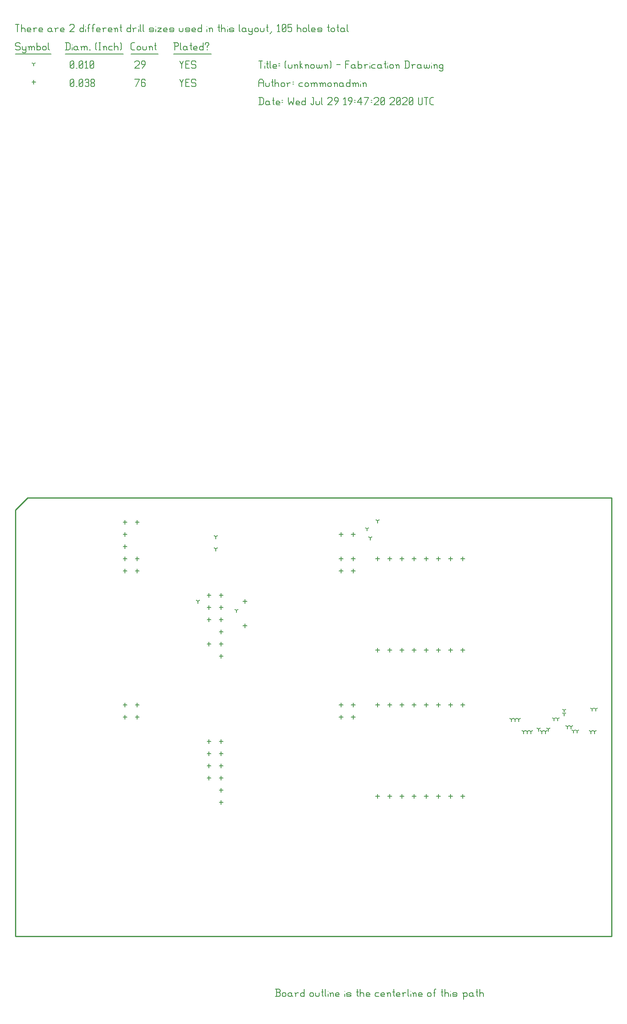
<source format=gbr>
G04 start of page 14 for group -3984 idx -3984 *
G04 Title: (unknown), fab *
G04 Creator: pcb 4.2.0 *
G04 CreationDate: Wed Jul 29 19:47:20 2020 UTC *
G04 For: commonadmin *
G04 Format: Gerber/RS-274X *
G04 PCB-Dimensions (mil): 6000.00 7000.00 *
G04 PCB-Coordinate-Origin: lower left *
%MOIN*%
%FSLAX25Y25*%
%LNFAB*%
%ADD64C,0.0100*%
%ADD63C,0.0075*%
%ADD62C,0.0060*%
%ADD61C,0.0080*%
G54D61*X297500Y156600D02*Y153400D01*
X295900Y155000D02*X299100D01*
X307500Y156600D02*Y153400D01*
X305900Y155000D02*X309100D01*
X317500Y156600D02*Y153400D01*
X315900Y155000D02*X319100D01*
X327500Y156600D02*Y153400D01*
X325900Y155000D02*X329100D01*
X337500Y156600D02*Y153400D01*
X335900Y155000D02*X339100D01*
X347500Y156600D02*Y153400D01*
X345900Y155000D02*X349100D01*
X357500Y156600D02*Y153400D01*
X355900Y155000D02*X359100D01*
X367500Y156600D02*Y153400D01*
X365900Y155000D02*X369100D01*
X297500Y231600D02*Y228400D01*
X295900Y230000D02*X299100D01*
X307500Y231600D02*Y228400D01*
X305900Y230000D02*X309100D01*
X317500Y231600D02*Y228400D01*
X315900Y230000D02*X319100D01*
X327500Y231600D02*Y228400D01*
X325900Y230000D02*X329100D01*
X337500Y231600D02*Y228400D01*
X335900Y230000D02*X339100D01*
X347500Y231600D02*Y228400D01*
X345900Y230000D02*X349100D01*
X357500Y231600D02*Y228400D01*
X355900Y230000D02*X359100D01*
X367500Y231600D02*Y228400D01*
X365900Y230000D02*X369100D01*
X277500Y231600D02*Y228400D01*
X275900Y230000D02*X279100D01*
X277500Y221600D02*Y218400D01*
X275900Y220000D02*X279100D01*
X267500Y221600D02*Y218400D01*
X265900Y220000D02*X269100D01*
X267500Y231600D02*Y228400D01*
X265900Y230000D02*X269100D01*
X100000Y231600D02*Y228400D01*
X98400Y230000D02*X101600D01*
X100000Y221600D02*Y218400D01*
X98400Y220000D02*X101600D01*
X90000Y221600D02*Y218400D01*
X88400Y220000D02*X91600D01*
X90000Y231600D02*Y228400D01*
X88400Y230000D02*X91600D01*
X169000Y201600D02*Y198400D01*
X167400Y200000D02*X170600D01*
X169000Y191600D02*Y188400D01*
X167400Y190000D02*X170600D01*
X169000Y181600D02*Y178400D01*
X167400Y180000D02*X170600D01*
X169000Y171600D02*Y168400D01*
X167400Y170000D02*X170600D01*
X169000Y161600D02*Y158400D01*
X167400Y160000D02*X170600D01*
X169000Y151600D02*Y148400D01*
X167400Y150000D02*X170600D01*
X169000Y321600D02*Y318400D01*
X167400Y320000D02*X170600D01*
X169000Y311600D02*Y308400D01*
X167400Y310000D02*X170600D01*
X169000Y301600D02*Y298400D01*
X167400Y300000D02*X170600D01*
X169000Y291600D02*Y288400D01*
X167400Y290000D02*X170600D01*
X169000Y281600D02*Y278400D01*
X167400Y280000D02*X170600D01*
X169000Y271600D02*Y268400D01*
X167400Y270000D02*X170600D01*
X90000Y351600D02*Y348400D01*
X88400Y350000D02*X91600D01*
X90000Y341600D02*Y338400D01*
X88400Y340000D02*X91600D01*
X100000Y341600D02*Y338400D01*
X98400Y340000D02*X101600D01*
X100000Y351600D02*Y348400D01*
X98400Y350000D02*X101600D01*
X267500Y351600D02*Y348400D01*
X265900Y350000D02*X269100D01*
X267500Y341600D02*Y338400D01*
X265900Y340000D02*X269100D01*
X277500Y341600D02*Y338400D01*
X275900Y340000D02*X279100D01*
X277500Y351600D02*Y348400D01*
X275900Y350000D02*X279100D01*
X188500Y316600D02*Y313400D01*
X186900Y315000D02*X190100D01*
X188500Y296600D02*Y293400D01*
X186900Y295000D02*X190100D01*
X367500Y276600D02*Y273400D01*
X365900Y275000D02*X369100D01*
X357500Y276600D02*Y273400D01*
X355900Y275000D02*X359100D01*
X347500Y276600D02*Y273400D01*
X345900Y275000D02*X349100D01*
X337500Y276600D02*Y273400D01*
X335900Y275000D02*X339100D01*
X327500Y276600D02*Y273400D01*
X325900Y275000D02*X329100D01*
X317500Y276600D02*Y273400D01*
X315900Y275000D02*X319100D01*
X307500Y276600D02*Y273400D01*
X305900Y275000D02*X309100D01*
X297500Y276600D02*Y273400D01*
X295900Y275000D02*X299100D01*
X367500Y351600D02*Y348400D01*
X365900Y350000D02*X369100D01*
X357500Y351600D02*Y348400D01*
X355900Y350000D02*X359100D01*
X347500Y351600D02*Y348400D01*
X345900Y350000D02*X349100D01*
X337500Y351600D02*Y348400D01*
X335900Y350000D02*X339100D01*
X327500Y351600D02*Y348400D01*
X325900Y350000D02*X329100D01*
X317500Y351600D02*Y348400D01*
X315900Y350000D02*X319100D01*
X307500Y351600D02*Y348400D01*
X305900Y350000D02*X309100D01*
X297500Y351600D02*Y348400D01*
X295900Y350000D02*X299100D01*
X277500Y371600D02*Y368400D01*
X275900Y370000D02*X279100D01*
X159000Y321600D02*Y318400D01*
X157400Y320000D02*X160600D01*
X159000Y311600D02*Y308400D01*
X157400Y310000D02*X160600D01*
X159000Y281600D02*Y278400D01*
X157400Y280000D02*X160600D01*
X267500Y371600D02*Y368400D01*
X265900Y370000D02*X269100D01*
X100000Y381600D02*Y378400D01*
X98400Y380000D02*X101600D01*
X159000Y201600D02*Y198400D01*
X157400Y200000D02*X160600D01*
X159000Y191600D02*Y188400D01*
X157400Y190000D02*X160600D01*
X159000Y181600D02*Y178400D01*
X157400Y180000D02*X160600D01*
X159000Y171600D02*Y168400D01*
X157400Y170000D02*X160600D01*
X90000Y381600D02*Y378400D01*
X88400Y380000D02*X91600D01*
X90000Y371600D02*Y368400D01*
X88400Y370000D02*X91600D01*
X159000Y301600D02*Y298400D01*
X157400Y300000D02*X160600D01*
X90000Y361600D02*Y358400D01*
X88400Y360000D02*X91600D01*
X15000Y742850D02*Y739650D01*
X13400Y741250D02*X16600D01*
G54D62*X135000Y743500D02*X136500Y740500D01*
X138000Y743500D01*
X136500Y740500D02*Y737500D01*
X139800Y740800D02*X142050D01*
X139800Y737500D02*X142800D01*
X139800Y743500D02*Y737500D01*
Y743500D02*X142800D01*
X147600D02*X148350Y742750D01*
X145350Y743500D02*X147600D01*
X144600Y742750D02*X145350Y743500D01*
X144600Y742750D02*Y741250D01*
X145350Y740500D01*
X147600D01*
X148350Y739750D01*
Y738250D01*
X147600Y737500D02*X148350Y738250D01*
X145350Y737500D02*X147600D01*
X144600Y738250D02*X145350Y737500D01*
X98750D02*X101750Y743500D01*
X98000D02*X101750D01*
X105800D02*X106550Y742750D01*
X104300Y743500D02*X105800D01*
X103550Y742750D02*X104300Y743500D01*
X103550Y742750D02*Y738250D01*
X104300Y737500D01*
X105800Y740800D02*X106550Y740050D01*
X103550Y740800D02*X105800D01*
X104300Y737500D02*X105800D01*
X106550Y738250D01*
Y740050D02*Y738250D01*
X45000D02*X45750Y737500D01*
X45000Y742750D02*Y738250D01*
Y742750D02*X45750Y743500D01*
X47250D01*
X48000Y742750D01*
Y738250D01*
X47250Y737500D02*X48000Y738250D01*
X45750Y737500D02*X47250D01*
X45000Y739000D02*X48000Y742000D01*
X49800Y737500D02*X50550D01*
X52350Y738250D02*X53100Y737500D01*
X52350Y742750D02*Y738250D01*
Y742750D02*X53100Y743500D01*
X54600D01*
X55350Y742750D01*
Y738250D01*
X54600Y737500D02*X55350Y738250D01*
X53100Y737500D02*X54600D01*
X52350Y739000D02*X55350Y742000D01*
X57150Y742750D02*X57900Y743500D01*
X59400D01*
X60150Y742750D01*
X59400Y737500D02*X60150Y738250D01*
X57900Y737500D02*X59400D01*
X57150Y738250D02*X57900Y737500D01*
Y740800D02*X59400D01*
X60150Y742750D02*Y741550D01*
Y740050D02*Y738250D01*
Y740050D02*X59400Y740800D01*
X60150Y741550D02*X59400Y740800D01*
X61950Y738250D02*X62700Y737500D01*
X61950Y739450D02*Y738250D01*
Y739450D02*X63000Y740500D01*
X63900D01*
X64950Y739450D01*
Y738250D01*
X64200Y737500D02*X64950Y738250D01*
X62700Y737500D02*X64200D01*
X61950Y741550D02*X63000Y740500D01*
X61950Y742750D02*Y741550D01*
Y742750D02*X62700Y743500D01*
X64200D01*
X64950Y742750D01*
Y741550D01*
X63900Y740500D02*X64950Y741550D01*
X458499Y208500D02*Y206900D01*
Y208500D02*X459886Y209300D01*
X458499Y208500D02*X457113Y209300D01*
X461500Y208500D02*Y206900D01*
Y208500D02*X462887Y209300D01*
X461500Y208500D02*X460113Y209300D01*
X453500Y212000D02*Y210400D01*
Y212000D02*X454887Y212800D01*
X453500Y212000D02*X452113Y212800D01*
X456500Y212000D02*Y210400D01*
Y212000D02*X457887Y212800D01*
X456500Y212000D02*X455113Y212800D01*
X442500Y218500D02*Y216900D01*
Y218500D02*X443887Y219300D01*
X442500Y218500D02*X441113Y219300D01*
X445500Y218500D02*Y216900D01*
Y218500D02*X446887Y219300D01*
X445500Y218500D02*X444113Y219300D01*
X430000Y210000D02*Y208400D01*
Y210000D02*X431387Y210800D01*
X430000Y210000D02*X428613Y210800D01*
X432500Y208000D02*Y206400D01*
Y208000D02*X433887Y208800D01*
X432500Y208000D02*X431113Y208800D01*
X435500Y208000D02*Y206400D01*
Y208000D02*X436887Y208800D01*
X435500Y208000D02*X434113Y208800D01*
X438000Y210000D02*Y208400D01*
Y210000D02*X439387Y210800D01*
X438000Y210000D02*X436613Y210800D01*
X473000Y208000D02*Y206400D01*
Y208000D02*X474387Y208800D01*
X473000Y208000D02*X471613Y208800D01*
X476000Y208000D02*Y206400D01*
Y208000D02*X477387Y208800D01*
X476000Y208000D02*X474613Y208800D01*
X417500Y208000D02*Y206400D01*
Y208000D02*X418887Y208800D01*
X417500Y208000D02*X416113Y208800D01*
X420500Y208000D02*Y206400D01*
Y208000D02*X421887Y208800D01*
X420500Y208000D02*X419113Y208800D01*
X423500Y208000D02*Y206400D01*
Y208000D02*X424887Y208800D01*
X423500Y208000D02*X422113Y208800D01*
X407500Y218000D02*Y216400D01*
Y218000D02*X408887Y218800D01*
X407500Y218000D02*X406113Y218800D01*
X410500Y218000D02*Y216400D01*
Y218000D02*X411887Y218800D01*
X410500Y218000D02*X409113Y218800D01*
X413500Y218000D02*Y216400D01*
Y218000D02*X414887Y218800D01*
X413500Y218000D02*X412113Y218800D01*
X291500Y367000D02*Y365400D01*
Y367000D02*X292887Y367800D01*
X291500Y367000D02*X290113Y367800D01*
X289000Y374500D02*Y372900D01*
Y374500D02*X290387Y375300D01*
X289000Y374500D02*X287613Y375300D01*
X164500Y368000D02*Y366400D01*
Y368000D02*X165887Y368800D01*
X164500Y368000D02*X163113Y368800D01*
X164500Y358000D02*Y356400D01*
Y358000D02*X165887Y358800D01*
X164500Y358000D02*X163113Y358800D01*
X297500Y381000D02*Y379400D01*
Y381000D02*X298887Y381800D01*
X297500Y381000D02*X296113Y381800D01*
X474000Y226500D02*Y224900D01*
Y226500D02*X475387Y227300D01*
X474000Y226500D02*X472613Y227300D01*
X477000Y226500D02*Y224900D01*
Y226500D02*X478387Y227300D01*
X477000Y226500D02*X475613Y227300D01*
X451000Y222500D02*Y220900D01*
Y222500D02*X452387Y223300D01*
X451000Y222500D02*X449613Y223300D01*
X451000Y225500D02*Y223900D01*
Y225500D02*X452387Y226300D01*
X451000Y225500D02*X449613Y226300D01*
X150000Y315000D02*Y313400D01*
Y315000D02*X151387Y315800D01*
X150000Y315000D02*X148613Y315800D01*
X181500Y307500D02*Y305900D01*
Y307500D02*X182887Y308300D01*
X181500Y307500D02*X180113Y308300D01*
X15000Y756250D02*Y754650D01*
Y756250D02*X16387Y757050D01*
X15000Y756250D02*X13613Y757050D01*
X135000Y758500D02*X136500Y755500D01*
X138000Y758500D01*
X136500Y755500D02*Y752500D01*
X139800Y755800D02*X142050D01*
X139800Y752500D02*X142800D01*
X139800Y758500D02*Y752500D01*
Y758500D02*X142800D01*
X147600D02*X148350Y757750D01*
X145350Y758500D02*X147600D01*
X144600Y757750D02*X145350Y758500D01*
X144600Y757750D02*Y756250D01*
X145350Y755500D01*
X147600D01*
X148350Y754750D01*
Y753250D01*
X147600Y752500D02*X148350Y753250D01*
X145350Y752500D02*X147600D01*
X144600Y753250D02*X145350Y752500D01*
X98000Y757750D02*X98750Y758500D01*
X101000D01*
X101750Y757750D01*
Y756250D01*
X98000Y752500D02*X101750Y756250D01*
X98000Y752500D02*X101750D01*
X104300D02*X106550Y755500D01*
Y757750D02*Y755500D01*
X105800Y758500D02*X106550Y757750D01*
X104300Y758500D02*X105800D01*
X103550Y757750D02*X104300Y758500D01*
X103550Y757750D02*Y756250D01*
X104300Y755500D01*
X106550D01*
X45000Y753250D02*X45750Y752500D01*
X45000Y757750D02*Y753250D01*
Y757750D02*X45750Y758500D01*
X47250D01*
X48000Y757750D01*
Y753250D01*
X47250Y752500D02*X48000Y753250D01*
X45750Y752500D02*X47250D01*
X45000Y754000D02*X48000Y757000D01*
X49800Y752500D02*X50550D01*
X52350Y753250D02*X53100Y752500D01*
X52350Y757750D02*Y753250D01*
Y757750D02*X53100Y758500D01*
X54600D01*
X55350Y757750D01*
Y753250D01*
X54600Y752500D02*X55350Y753250D01*
X53100Y752500D02*X54600D01*
X52350Y754000D02*X55350Y757000D01*
X57150Y757300D02*X58350Y758500D01*
Y752500D01*
X57150D02*X59400D01*
X61200Y753250D02*X61950Y752500D01*
X61200Y757750D02*Y753250D01*
Y757750D02*X61950Y758500D01*
X63450D01*
X64200Y757750D01*
Y753250D01*
X63450Y752500D02*X64200Y753250D01*
X61950Y752500D02*X63450D01*
X61200Y754000D02*X64200Y757000D01*
X3000Y773500D02*X3750Y772750D01*
X750Y773500D02*X3000D01*
X0Y772750D02*X750Y773500D01*
X0Y772750D02*Y771250D01*
X750Y770500D01*
X3000D01*
X3750Y769750D01*
Y768250D01*
X3000Y767500D02*X3750Y768250D01*
X750Y767500D02*X3000D01*
X0Y768250D02*X750Y767500D01*
X5550Y770500D02*Y768250D01*
X6300Y767500D01*
X8550Y770500D02*Y766000D01*
X7800Y765250D02*X8550Y766000D01*
X6300Y765250D02*X7800D01*
X5550Y766000D02*X6300Y765250D01*
Y767500D02*X7800D01*
X8550Y768250D01*
X11100Y769750D02*Y767500D01*
Y769750D02*X11850Y770500D01*
X12600D01*
X13350Y769750D01*
Y767500D01*
Y769750D02*X14100Y770500D01*
X14850D01*
X15600Y769750D01*
Y767500D01*
X10350Y770500D02*X11100Y769750D01*
X17400Y773500D02*Y767500D01*
Y768250D02*X18150Y767500D01*
X19650D01*
X20400Y768250D01*
Y769750D02*Y768250D01*
X19650Y770500D02*X20400Y769750D01*
X18150Y770500D02*X19650D01*
X17400Y769750D02*X18150Y770500D01*
X22200Y769750D02*Y768250D01*
Y769750D02*X22950Y770500D01*
X24450D01*
X25200Y769750D01*
Y768250D01*
X24450Y767500D02*X25200Y768250D01*
X22950Y767500D02*X24450D01*
X22200Y768250D02*X22950Y767500D01*
X27000Y773500D02*Y768250D01*
X27750Y767500D01*
X0Y764250D02*X29250D01*
X41750Y773500D02*Y767500D01*
X43700Y773500D02*X44750Y772450D01*
Y768550D01*
X43700Y767500D02*X44750Y768550D01*
X41000Y767500D02*X43700D01*
X41000Y773500D02*X43700D01*
G54D63*X46550Y772000D02*Y771850D01*
G54D62*Y769750D02*Y767500D01*
X50300Y770500D02*X51050Y769750D01*
X48800Y770500D02*X50300D01*
X48050Y769750D02*X48800Y770500D01*
X48050Y769750D02*Y768250D01*
X48800Y767500D01*
X51050Y770500D02*Y768250D01*
X51800Y767500D01*
X48800D02*X50300D01*
X51050Y768250D01*
X54350Y769750D02*Y767500D01*
Y769750D02*X55100Y770500D01*
X55850D01*
X56600Y769750D01*
Y767500D01*
Y769750D02*X57350Y770500D01*
X58100D01*
X58850Y769750D01*
Y767500D01*
X53600Y770500D02*X54350Y769750D01*
X60650Y767500D02*X61400D01*
X65900Y768250D02*X66650Y767500D01*
X65900Y772750D02*X66650Y773500D01*
X65900Y772750D02*Y768250D01*
X68450Y773500D02*X69950D01*
X69200D02*Y767500D01*
X68450D02*X69950D01*
X72500Y769750D02*Y767500D01*
Y769750D02*X73250Y770500D01*
X74000D01*
X74750Y769750D01*
Y767500D01*
X71750Y770500D02*X72500Y769750D01*
X77300Y770500D02*X79550D01*
X76550Y769750D02*X77300Y770500D01*
X76550Y769750D02*Y768250D01*
X77300Y767500D01*
X79550D01*
X81350Y773500D02*Y767500D01*
Y769750D02*X82100Y770500D01*
X83600D01*
X84350Y769750D01*
Y767500D01*
X86150Y773500D02*X86900Y772750D01*
Y768250D01*
X86150Y767500D02*X86900Y768250D01*
X41000Y764250D02*X88700D01*
X96050Y767500D02*X98000D01*
X95000Y768550D02*X96050Y767500D01*
X95000Y772450D02*Y768550D01*
Y772450D02*X96050Y773500D01*
X98000D01*
X99800Y769750D02*Y768250D01*
Y769750D02*X100550Y770500D01*
X102050D01*
X102800Y769750D01*
Y768250D01*
X102050Y767500D02*X102800Y768250D01*
X100550Y767500D02*X102050D01*
X99800Y768250D02*X100550Y767500D01*
X104600Y770500D02*Y768250D01*
X105350Y767500D01*
X106850D01*
X107600Y768250D01*
Y770500D02*Y768250D01*
X110150Y769750D02*Y767500D01*
Y769750D02*X110900Y770500D01*
X111650D01*
X112400Y769750D01*
Y767500D01*
X109400Y770500D02*X110150Y769750D01*
X114950Y773500D02*Y768250D01*
X115700Y767500D01*
X114200Y771250D02*X115700D01*
X95000Y764250D02*X117200D01*
X130750Y773500D02*Y767500D01*
X130000Y773500D02*X133000D01*
X133750Y772750D01*
Y771250D01*
X133000Y770500D02*X133750Y771250D01*
X130750Y770500D02*X133000D01*
X135550Y773500D02*Y768250D01*
X136300Y767500D01*
X140050Y770500D02*X140800Y769750D01*
X138550Y770500D02*X140050D01*
X137800Y769750D02*X138550Y770500D01*
X137800Y769750D02*Y768250D01*
X138550Y767500D01*
X140800Y770500D02*Y768250D01*
X141550Y767500D01*
X138550D02*X140050D01*
X140800Y768250D01*
X144100Y773500D02*Y768250D01*
X144850Y767500D01*
X143350Y771250D02*X144850D01*
X147100Y767500D02*X149350D01*
X146350Y768250D02*X147100Y767500D01*
X146350Y769750D02*Y768250D01*
Y769750D02*X147100Y770500D01*
X148600D01*
X149350Y769750D01*
X146350Y769000D02*X149350D01*
Y769750D02*Y769000D01*
X154150Y773500D02*Y767500D01*
X153400D02*X154150Y768250D01*
X151900Y767500D02*X153400D01*
X151150Y768250D02*X151900Y767500D01*
X151150Y769750D02*Y768250D01*
Y769750D02*X151900Y770500D01*
X153400D01*
X154150Y769750D01*
X157450Y770500D02*Y769750D01*
Y768250D02*Y767500D01*
X155950Y772750D02*Y772000D01*
Y772750D02*X156700Y773500D01*
X158200D01*
X158950Y772750D01*
Y772000D01*
X157450Y770500D02*X158950Y772000D01*
X130000Y764250D02*X160750D01*
X0Y788500D02*X3000D01*
X1500D02*Y782500D01*
X4800Y788500D02*Y782500D01*
Y784750D02*X5550Y785500D01*
X7050D01*
X7800Y784750D01*
Y782500D01*
X10350D02*X12600D01*
X9600Y783250D02*X10350Y782500D01*
X9600Y784750D02*Y783250D01*
Y784750D02*X10350Y785500D01*
X11850D01*
X12600Y784750D01*
X9600Y784000D02*X12600D01*
Y784750D02*Y784000D01*
X15150Y784750D02*Y782500D01*
Y784750D02*X15900Y785500D01*
X17400D01*
X14400D02*X15150Y784750D01*
X19950Y782500D02*X22200D01*
X19200Y783250D02*X19950Y782500D01*
X19200Y784750D02*Y783250D01*
Y784750D02*X19950Y785500D01*
X21450D01*
X22200Y784750D01*
X19200Y784000D02*X22200D01*
Y784750D02*Y784000D01*
X28950Y785500D02*X29700Y784750D01*
X27450Y785500D02*X28950D01*
X26700Y784750D02*X27450Y785500D01*
X26700Y784750D02*Y783250D01*
X27450Y782500D01*
X29700Y785500D02*Y783250D01*
X30450Y782500D01*
X27450D02*X28950D01*
X29700Y783250D01*
X33000Y784750D02*Y782500D01*
Y784750D02*X33750Y785500D01*
X35250D01*
X32250D02*X33000Y784750D01*
X37800Y782500D02*X40050D01*
X37050Y783250D02*X37800Y782500D01*
X37050Y784750D02*Y783250D01*
Y784750D02*X37800Y785500D01*
X39300D01*
X40050Y784750D01*
X37050Y784000D02*X40050D01*
Y784750D02*Y784000D01*
X44550Y787750D02*X45300Y788500D01*
X47550D01*
X48300Y787750D01*
Y786250D01*
X44550Y782500D02*X48300Y786250D01*
X44550Y782500D02*X48300D01*
X55800Y788500D02*Y782500D01*
X55050D02*X55800Y783250D01*
X53550Y782500D02*X55050D01*
X52800Y783250D02*X53550Y782500D01*
X52800Y784750D02*Y783250D01*
Y784750D02*X53550Y785500D01*
X55050D01*
X55800Y784750D01*
G54D63*X57600Y787000D02*Y786850D01*
G54D62*Y784750D02*Y782500D01*
X59850Y787750D02*Y782500D01*
Y787750D02*X60600Y788500D01*
X61350D01*
X59100Y785500D02*X60600D01*
X63600Y787750D02*Y782500D01*
Y787750D02*X64350Y788500D01*
X65100D01*
X62850Y785500D02*X64350D01*
X67350Y782500D02*X69600D01*
X66600Y783250D02*X67350Y782500D01*
X66600Y784750D02*Y783250D01*
Y784750D02*X67350Y785500D01*
X68850D01*
X69600Y784750D01*
X66600Y784000D02*X69600D01*
Y784750D02*Y784000D01*
X72150Y784750D02*Y782500D01*
Y784750D02*X72900Y785500D01*
X74400D01*
X71400D02*X72150Y784750D01*
X76950Y782500D02*X79200D01*
X76200Y783250D02*X76950Y782500D01*
X76200Y784750D02*Y783250D01*
Y784750D02*X76950Y785500D01*
X78450D01*
X79200Y784750D01*
X76200Y784000D02*X79200D01*
Y784750D02*Y784000D01*
X81750Y784750D02*Y782500D01*
Y784750D02*X82500Y785500D01*
X83250D01*
X84000Y784750D01*
Y782500D01*
X81000Y785500D02*X81750Y784750D01*
X86550Y788500D02*Y783250D01*
X87300Y782500D01*
X85800Y786250D02*X87300D01*
X94500Y788500D02*Y782500D01*
X93750D02*X94500Y783250D01*
X92250Y782500D02*X93750D01*
X91500Y783250D02*X92250Y782500D01*
X91500Y784750D02*Y783250D01*
Y784750D02*X92250Y785500D01*
X93750D01*
X94500Y784750D01*
X97050D02*Y782500D01*
Y784750D02*X97800Y785500D01*
X99300D01*
X96300D02*X97050Y784750D01*
G54D63*X101100Y787000D02*Y786850D01*
G54D62*Y784750D02*Y782500D01*
X102600Y788500D02*Y783250D01*
X103350Y782500D01*
X104850Y788500D02*Y783250D01*
X105600Y782500D01*
X110550D02*X112800D01*
X113550Y783250D01*
X112800Y784000D02*X113550Y783250D01*
X110550Y784000D02*X112800D01*
X109800Y784750D02*X110550Y784000D01*
X109800Y784750D02*X110550Y785500D01*
X112800D01*
X113550Y784750D01*
X109800Y783250D02*X110550Y782500D01*
G54D63*X115350Y787000D02*Y786850D01*
G54D62*Y784750D02*Y782500D01*
X116850Y785500D02*X119850D01*
X116850Y782500D02*X119850Y785500D01*
X116850Y782500D02*X119850D01*
X122400D02*X124650D01*
X121650Y783250D02*X122400Y782500D01*
X121650Y784750D02*Y783250D01*
Y784750D02*X122400Y785500D01*
X123900D01*
X124650Y784750D01*
X121650Y784000D02*X124650D01*
Y784750D02*Y784000D01*
X127200Y782500D02*X129450D01*
X130200Y783250D01*
X129450Y784000D02*X130200Y783250D01*
X127200Y784000D02*X129450D01*
X126450Y784750D02*X127200Y784000D01*
X126450Y784750D02*X127200Y785500D01*
X129450D01*
X130200Y784750D01*
X126450Y783250D02*X127200Y782500D01*
X134700Y785500D02*Y783250D01*
X135450Y782500D01*
X136950D01*
X137700Y783250D01*
Y785500D02*Y783250D01*
X140250Y782500D02*X142500D01*
X143250Y783250D01*
X142500Y784000D02*X143250Y783250D01*
X140250Y784000D02*X142500D01*
X139500Y784750D02*X140250Y784000D01*
X139500Y784750D02*X140250Y785500D01*
X142500D01*
X143250Y784750D01*
X139500Y783250D02*X140250Y782500D01*
X145800D02*X148050D01*
X145050Y783250D02*X145800Y782500D01*
X145050Y784750D02*Y783250D01*
Y784750D02*X145800Y785500D01*
X147300D01*
X148050Y784750D01*
X145050Y784000D02*X148050D01*
Y784750D02*Y784000D01*
X152850Y788500D02*Y782500D01*
X152100D02*X152850Y783250D01*
X150600Y782500D02*X152100D01*
X149850Y783250D02*X150600Y782500D01*
X149850Y784750D02*Y783250D01*
Y784750D02*X150600Y785500D01*
X152100D01*
X152850Y784750D01*
G54D63*X157350Y787000D02*Y786850D01*
G54D62*Y784750D02*Y782500D01*
X159600Y784750D02*Y782500D01*
Y784750D02*X160350Y785500D01*
X161100D01*
X161850Y784750D01*
Y782500D01*
X158850Y785500D02*X159600Y784750D01*
X167100Y788500D02*Y783250D01*
X167850Y782500D01*
X166350Y786250D02*X167850D01*
X169350Y788500D02*Y782500D01*
Y784750D02*X170100Y785500D01*
X171600D01*
X172350Y784750D01*
Y782500D01*
G54D63*X174150Y787000D02*Y786850D01*
G54D62*Y784750D02*Y782500D01*
X176400D02*X178650D01*
X179400Y783250D01*
X178650Y784000D02*X179400Y783250D01*
X176400Y784000D02*X178650D01*
X175650Y784750D02*X176400Y784000D01*
X175650Y784750D02*X176400Y785500D01*
X178650D01*
X179400Y784750D01*
X175650Y783250D02*X176400Y782500D01*
X183900Y788500D02*Y783250D01*
X184650Y782500D01*
X188400Y785500D02*X189150Y784750D01*
X186900Y785500D02*X188400D01*
X186150Y784750D02*X186900Y785500D01*
X186150Y784750D02*Y783250D01*
X186900Y782500D01*
X189150Y785500D02*Y783250D01*
X189900Y782500D01*
X186900D02*X188400D01*
X189150Y783250D01*
X191700Y785500D02*Y783250D01*
X192450Y782500D01*
X194700Y785500D02*Y781000D01*
X193950Y780250D02*X194700Y781000D01*
X192450Y780250D02*X193950D01*
X191700Y781000D02*X192450Y780250D01*
Y782500D02*X193950D01*
X194700Y783250D01*
X196500Y784750D02*Y783250D01*
Y784750D02*X197250Y785500D01*
X198750D01*
X199500Y784750D01*
Y783250D01*
X198750Y782500D02*X199500Y783250D01*
X197250Y782500D02*X198750D01*
X196500Y783250D02*X197250Y782500D01*
X201300Y785500D02*Y783250D01*
X202050Y782500D01*
X203550D01*
X204300Y783250D01*
Y785500D02*Y783250D01*
X206850Y788500D02*Y783250D01*
X207600Y782500D01*
X206100Y786250D02*X207600D01*
X209100Y781000D02*X210600Y782500D01*
X215100Y787300D02*X216300Y788500D01*
Y782500D01*
X215100D02*X217350D01*
X219150Y783250D02*X219900Y782500D01*
X219150Y787750D02*Y783250D01*
Y787750D02*X219900Y788500D01*
X221400D01*
X222150Y787750D01*
Y783250D01*
X221400Y782500D02*X222150Y783250D01*
X219900Y782500D02*X221400D01*
X219150Y784000D02*X222150Y787000D01*
X223950Y788500D02*X226950D01*
X223950D02*Y785500D01*
X224700Y786250D01*
X226200D01*
X226950Y785500D01*
Y783250D01*
X226200Y782500D02*X226950Y783250D01*
X224700Y782500D02*X226200D01*
X223950Y783250D02*X224700Y782500D01*
X231450Y788500D02*Y782500D01*
Y784750D02*X232200Y785500D01*
X233700D01*
X234450Y784750D01*
Y782500D01*
X236250Y784750D02*Y783250D01*
Y784750D02*X237000Y785500D01*
X238500D01*
X239250Y784750D01*
Y783250D01*
X238500Y782500D02*X239250Y783250D01*
X237000Y782500D02*X238500D01*
X236250Y783250D02*X237000Y782500D01*
X241050Y788500D02*Y783250D01*
X241800Y782500D01*
X244050D02*X246300D01*
X243300Y783250D02*X244050Y782500D01*
X243300Y784750D02*Y783250D01*
Y784750D02*X244050Y785500D01*
X245550D01*
X246300Y784750D01*
X243300Y784000D02*X246300D01*
Y784750D02*Y784000D01*
X248850Y782500D02*X251100D01*
X251850Y783250D01*
X251100Y784000D02*X251850Y783250D01*
X248850Y784000D02*X251100D01*
X248100Y784750D02*X248850Y784000D01*
X248100Y784750D02*X248850Y785500D01*
X251100D01*
X251850Y784750D01*
X248100Y783250D02*X248850Y782500D01*
X257100Y788500D02*Y783250D01*
X257850Y782500D01*
X256350Y786250D02*X257850D01*
X259350Y784750D02*Y783250D01*
Y784750D02*X260100Y785500D01*
X261600D01*
X262350Y784750D01*
Y783250D01*
X261600Y782500D02*X262350Y783250D01*
X260100Y782500D02*X261600D01*
X259350Y783250D02*X260100Y782500D01*
X264900Y788500D02*Y783250D01*
X265650Y782500D01*
X264150Y786250D02*X265650D01*
X269400Y785500D02*X270150Y784750D01*
X267900Y785500D02*X269400D01*
X267150Y784750D02*X267900Y785500D01*
X267150Y784750D02*Y783250D01*
X267900Y782500D01*
X270150Y785500D02*Y783250D01*
X270900Y782500D01*
X267900D02*X269400D01*
X270150Y783250D01*
X272700Y788500D02*Y783250D01*
X273450Y782500D01*
G54D64*X0Y390000D02*X10000Y400000D01*
X490000D01*
Y40000D01*
X0D01*
Y390000D01*
G54D62*X213675Y-9500D02*X216675D01*
X217425Y-8750D01*
Y-6950D02*Y-8750D01*
X216675Y-6200D02*X217425Y-6950D01*
X214425Y-6200D02*X216675D01*
X214425Y-3500D02*Y-9500D01*
X213675Y-3500D02*X216675D01*
X217425Y-4250D01*
Y-5450D01*
X216675Y-6200D02*X217425Y-5450D01*
X219225Y-7250D02*Y-8750D01*
Y-7250D02*X219975Y-6500D01*
X221475D01*
X222225Y-7250D01*
Y-8750D01*
X221475Y-9500D02*X222225Y-8750D01*
X219975Y-9500D02*X221475D01*
X219225Y-8750D02*X219975Y-9500D01*
X226275Y-6500D02*X227025Y-7250D01*
X224775Y-6500D02*X226275D01*
X224025Y-7250D02*X224775Y-6500D01*
X224025Y-7250D02*Y-8750D01*
X224775Y-9500D01*
X227025Y-6500D02*Y-8750D01*
X227775Y-9500D01*
X224775D02*X226275D01*
X227025Y-8750D01*
X230325Y-7250D02*Y-9500D01*
Y-7250D02*X231075Y-6500D01*
X232575D01*
X229575D02*X230325Y-7250D01*
X237375Y-3500D02*Y-9500D01*
X236625D02*X237375Y-8750D01*
X235125Y-9500D02*X236625D01*
X234375Y-8750D02*X235125Y-9500D01*
X234375Y-7250D02*Y-8750D01*
Y-7250D02*X235125Y-6500D01*
X236625D01*
X237375Y-7250D01*
X241875D02*Y-8750D01*
Y-7250D02*X242625Y-6500D01*
X244125D01*
X244875Y-7250D01*
Y-8750D01*
X244125Y-9500D02*X244875Y-8750D01*
X242625Y-9500D02*X244125D01*
X241875Y-8750D02*X242625Y-9500D01*
X246675Y-6500D02*Y-8750D01*
X247425Y-9500D01*
X248925D01*
X249675Y-8750D01*
Y-6500D02*Y-8750D01*
X252225Y-3500D02*Y-8750D01*
X252975Y-9500D01*
X251475Y-5750D02*X252975D01*
X254475Y-3500D02*Y-8750D01*
X255225Y-9500D01*
G54D63*X256725Y-5000D02*Y-5150D01*
G54D62*Y-7250D02*Y-9500D01*
X258975Y-7250D02*Y-9500D01*
Y-7250D02*X259725Y-6500D01*
X260475D01*
X261225Y-7250D01*
Y-9500D01*
X258225Y-6500D02*X258975Y-7250D01*
X263775Y-9500D02*X266025D01*
X263025Y-8750D02*X263775Y-9500D01*
X263025Y-7250D02*Y-8750D01*
Y-7250D02*X263775Y-6500D01*
X265275D01*
X266025Y-7250D01*
X263025Y-8000D02*X266025D01*
Y-7250D02*Y-8000D01*
G54D63*X270525Y-5000D02*Y-5150D01*
G54D62*Y-7250D02*Y-9500D01*
X272775D02*X275025D01*
X275775Y-8750D01*
X275025Y-8000D02*X275775Y-8750D01*
X272775Y-8000D02*X275025D01*
X272025Y-7250D02*X272775Y-8000D01*
X272025Y-7250D02*X272775Y-6500D01*
X275025D01*
X275775Y-7250D01*
X272025Y-8750D02*X272775Y-9500D01*
X281025Y-3500D02*Y-8750D01*
X281775Y-9500D01*
X280275Y-5750D02*X281775D01*
X283275Y-3500D02*Y-9500D01*
Y-7250D02*X284025Y-6500D01*
X285525D01*
X286275Y-7250D01*
Y-9500D01*
X288825D02*X291075D01*
X288075Y-8750D02*X288825Y-9500D01*
X288075Y-7250D02*Y-8750D01*
Y-7250D02*X288825Y-6500D01*
X290325D01*
X291075Y-7250D01*
X288075Y-8000D02*X291075D01*
Y-7250D02*Y-8000D01*
X296325Y-6500D02*X298575D01*
X295575Y-7250D02*X296325Y-6500D01*
X295575Y-7250D02*Y-8750D01*
X296325Y-9500D01*
X298575D01*
X301125D02*X303375D01*
X300375Y-8750D02*X301125Y-9500D01*
X300375Y-7250D02*Y-8750D01*
Y-7250D02*X301125Y-6500D01*
X302625D01*
X303375Y-7250D01*
X300375Y-8000D02*X303375D01*
Y-7250D02*Y-8000D01*
X305925Y-7250D02*Y-9500D01*
Y-7250D02*X306675Y-6500D01*
X307425D01*
X308175Y-7250D01*
Y-9500D01*
X305175Y-6500D02*X305925Y-7250D01*
X310725Y-3500D02*Y-8750D01*
X311475Y-9500D01*
X309975Y-5750D02*X311475D01*
X313725Y-9500D02*X315975D01*
X312975Y-8750D02*X313725Y-9500D01*
X312975Y-7250D02*Y-8750D01*
Y-7250D02*X313725Y-6500D01*
X315225D01*
X315975Y-7250D01*
X312975Y-8000D02*X315975D01*
Y-7250D02*Y-8000D01*
X318525Y-7250D02*Y-9500D01*
Y-7250D02*X319275Y-6500D01*
X320775D01*
X317775D02*X318525Y-7250D01*
X322575Y-3500D02*Y-8750D01*
X323325Y-9500D01*
G54D63*X324825Y-5000D02*Y-5150D01*
G54D62*Y-7250D02*Y-9500D01*
X327075Y-7250D02*Y-9500D01*
Y-7250D02*X327825Y-6500D01*
X328575D01*
X329325Y-7250D01*
Y-9500D01*
X326325Y-6500D02*X327075Y-7250D01*
X331875Y-9500D02*X334125D01*
X331125Y-8750D02*X331875Y-9500D01*
X331125Y-7250D02*Y-8750D01*
Y-7250D02*X331875Y-6500D01*
X333375D01*
X334125Y-7250D01*
X331125Y-8000D02*X334125D01*
Y-7250D02*Y-8000D01*
X338625Y-7250D02*Y-8750D01*
Y-7250D02*X339375Y-6500D01*
X340875D01*
X341625Y-7250D01*
Y-8750D01*
X340875Y-9500D02*X341625Y-8750D01*
X339375Y-9500D02*X340875D01*
X338625Y-8750D02*X339375Y-9500D01*
X344175Y-4250D02*Y-9500D01*
Y-4250D02*X344925Y-3500D01*
X345675D01*
X343425Y-6500D02*X344925D01*
X350625Y-3500D02*Y-8750D01*
X351375Y-9500D01*
X349875Y-5750D02*X351375D01*
X352875Y-3500D02*Y-9500D01*
Y-7250D02*X353625Y-6500D01*
X355125D01*
X355875Y-7250D01*
Y-9500D01*
G54D63*X357675Y-5000D02*Y-5150D01*
G54D62*Y-7250D02*Y-9500D01*
X359925D02*X362175D01*
X362925Y-8750D01*
X362175Y-8000D02*X362925Y-8750D01*
X359925Y-8000D02*X362175D01*
X359175Y-7250D02*X359925Y-8000D01*
X359175Y-7250D02*X359925Y-6500D01*
X362175D01*
X362925Y-7250D01*
X359175Y-8750D02*X359925Y-9500D01*
X368175Y-7250D02*Y-11750D01*
X367425Y-6500D02*X368175Y-7250D01*
X368925Y-6500D01*
X370425D01*
X371175Y-7250D01*
Y-8750D01*
X370425Y-9500D02*X371175Y-8750D01*
X368925Y-9500D02*X370425D01*
X368175Y-8750D02*X368925Y-9500D01*
X375225Y-6500D02*X375975Y-7250D01*
X373725Y-6500D02*X375225D01*
X372975Y-7250D02*X373725Y-6500D01*
X372975Y-7250D02*Y-8750D01*
X373725Y-9500D01*
X375975Y-6500D02*Y-8750D01*
X376725Y-9500D01*
X373725D02*X375225D01*
X375975Y-8750D01*
X379275Y-3500D02*Y-8750D01*
X380025Y-9500D01*
X378525Y-5750D02*X380025D01*
X381525Y-3500D02*Y-9500D01*
Y-7250D02*X382275Y-6500D01*
X383775D01*
X384525Y-7250D01*
Y-9500D01*
X200750Y728500D02*Y722500D01*
X202700Y728500D02*X203750Y727450D01*
Y723550D01*
X202700Y722500D02*X203750Y723550D01*
X200000Y722500D02*X202700D01*
X200000Y728500D02*X202700D01*
X207800Y725500D02*X208550Y724750D01*
X206300Y725500D02*X207800D01*
X205550Y724750D02*X206300Y725500D01*
X205550Y724750D02*Y723250D01*
X206300Y722500D01*
X208550Y725500D02*Y723250D01*
X209300Y722500D01*
X206300D02*X207800D01*
X208550Y723250D01*
X211850Y728500D02*Y723250D01*
X212600Y722500D01*
X211100Y726250D02*X212600D01*
X214850Y722500D02*X217100D01*
X214100Y723250D02*X214850Y722500D01*
X214100Y724750D02*Y723250D01*
Y724750D02*X214850Y725500D01*
X216350D01*
X217100Y724750D01*
X214100Y724000D02*X217100D01*
Y724750D02*Y724000D01*
X218900Y726250D02*X219650D01*
X218900Y724750D02*X219650D01*
X224150Y728500D02*Y725500D01*
X224900Y722500D01*
X226400Y725500D01*
X227900Y722500D01*
X228650Y725500D01*
Y728500D02*Y725500D01*
X231200Y722500D02*X233450D01*
X230450Y723250D02*X231200Y722500D01*
X230450Y724750D02*Y723250D01*
Y724750D02*X231200Y725500D01*
X232700D01*
X233450Y724750D01*
X230450Y724000D02*X233450D01*
Y724750D02*Y724000D01*
X238250Y728500D02*Y722500D01*
X237500D02*X238250Y723250D01*
X236000Y722500D02*X237500D01*
X235250Y723250D02*X236000Y722500D01*
X235250Y724750D02*Y723250D01*
Y724750D02*X236000Y725500D01*
X237500D01*
X238250Y724750D01*
X243800Y728500D02*X245000D01*
Y723250D01*
X244250Y722500D02*X245000Y723250D01*
X243500Y722500D02*X244250D01*
X242750Y723250D02*X243500Y722500D01*
X242750Y724000D02*Y723250D01*
X246800Y725500D02*Y723250D01*
X247550Y722500D01*
X249050D01*
X249800Y723250D01*
Y725500D02*Y723250D01*
X251600Y728500D02*Y723250D01*
X252350Y722500D01*
X256550Y727750D02*X257300Y728500D01*
X259550D01*
X260300Y727750D01*
Y726250D01*
X256550Y722500D02*X260300Y726250D01*
X256550Y722500D02*X260300D01*
X262850D02*X265100Y725500D01*
Y727750D02*Y725500D01*
X264350Y728500D02*X265100Y727750D01*
X262850Y728500D02*X264350D01*
X262100Y727750D02*X262850Y728500D01*
X262100Y727750D02*Y726250D01*
X262850Y725500D01*
X265100D01*
X269600Y727300D02*X270800Y728500D01*
Y722500D01*
X269600D02*X271850D01*
X274400D02*X276650Y725500D01*
Y727750D02*Y725500D01*
X275900Y728500D02*X276650Y727750D01*
X274400Y728500D02*X275900D01*
X273650Y727750D02*X274400Y728500D01*
X273650Y727750D02*Y726250D01*
X274400Y725500D01*
X276650D01*
X278450Y726250D02*X279200D01*
X278450Y724750D02*X279200D01*
X281000D02*X284000Y728500D01*
X281000Y724750D02*X284750D01*
X284000Y728500D02*Y722500D01*
X287300D02*X290300Y728500D01*
X286550D02*X290300D01*
X292100Y726250D02*X292850D01*
X292100Y724750D02*X292850D01*
X294650Y727750D02*X295400Y728500D01*
X297650D01*
X298400Y727750D01*
Y726250D01*
X294650Y722500D02*X298400Y726250D01*
X294650Y722500D02*X298400D01*
X300200Y723250D02*X300950Y722500D01*
X300200Y727750D02*Y723250D01*
Y727750D02*X300950Y728500D01*
X302450D01*
X303200Y727750D01*
Y723250D01*
X302450Y722500D02*X303200Y723250D01*
X300950Y722500D02*X302450D01*
X300200Y724000D02*X303200Y727000D01*
X307700Y727750D02*X308450Y728500D01*
X310700D01*
X311450Y727750D01*
Y726250D01*
X307700Y722500D02*X311450Y726250D01*
X307700Y722500D02*X311450D01*
X313250Y723250D02*X314000Y722500D01*
X313250Y727750D02*Y723250D01*
Y727750D02*X314000Y728500D01*
X315500D01*
X316250Y727750D01*
Y723250D01*
X315500Y722500D02*X316250Y723250D01*
X314000Y722500D02*X315500D01*
X313250Y724000D02*X316250Y727000D01*
X318050Y727750D02*X318800Y728500D01*
X321050D01*
X321800Y727750D01*
Y726250D01*
X318050Y722500D02*X321800Y726250D01*
X318050Y722500D02*X321800D01*
X323600Y723250D02*X324350Y722500D01*
X323600Y727750D02*Y723250D01*
Y727750D02*X324350Y728500D01*
X325850D01*
X326600Y727750D01*
Y723250D01*
X325850Y722500D02*X326600Y723250D01*
X324350Y722500D02*X325850D01*
X323600Y724000D02*X326600Y727000D01*
X331100Y728500D02*Y723250D01*
X331850Y722500D01*
X333350D01*
X334100Y723250D01*
Y728500D02*Y723250D01*
X335900Y728500D02*X338900D01*
X337400D02*Y722500D01*
X341750D02*X343700D01*
X340700Y723550D02*X341750Y722500D01*
X340700Y727450D02*Y723550D01*
Y727450D02*X341750Y728500D01*
X343700D01*
X200000Y742000D02*Y737500D01*
Y742000D02*X201050Y743500D01*
X202700D01*
X203750Y742000D01*
Y737500D01*
X200000Y740500D02*X203750D01*
X205550D02*Y738250D01*
X206300Y737500D01*
X207800D01*
X208550Y738250D01*
Y740500D02*Y738250D01*
X211100Y743500D02*Y738250D01*
X211850Y737500D01*
X210350Y741250D02*X211850D01*
X213350Y743500D02*Y737500D01*
Y739750D02*X214100Y740500D01*
X215600D01*
X216350Y739750D01*
Y737500D01*
X218150Y739750D02*Y738250D01*
Y739750D02*X218900Y740500D01*
X220400D01*
X221150Y739750D01*
Y738250D01*
X220400Y737500D02*X221150Y738250D01*
X218900Y737500D02*X220400D01*
X218150Y738250D02*X218900Y737500D01*
X223700Y739750D02*Y737500D01*
Y739750D02*X224450Y740500D01*
X225950D01*
X222950D02*X223700Y739750D01*
X227750Y741250D02*X228500D01*
X227750Y739750D02*X228500D01*
X233750Y740500D02*X236000D01*
X233000Y739750D02*X233750Y740500D01*
X233000Y739750D02*Y738250D01*
X233750Y737500D01*
X236000D01*
X237800Y739750D02*Y738250D01*
Y739750D02*X238550Y740500D01*
X240050D01*
X240800Y739750D01*
Y738250D01*
X240050Y737500D02*X240800Y738250D01*
X238550Y737500D02*X240050D01*
X237800Y738250D02*X238550Y737500D01*
X243350Y739750D02*Y737500D01*
Y739750D02*X244100Y740500D01*
X244850D01*
X245600Y739750D01*
Y737500D01*
Y739750D02*X246350Y740500D01*
X247100D01*
X247850Y739750D01*
Y737500D01*
X242600Y740500D02*X243350Y739750D01*
X250400D02*Y737500D01*
Y739750D02*X251150Y740500D01*
X251900D01*
X252650Y739750D01*
Y737500D01*
Y739750D02*X253400Y740500D01*
X254150D01*
X254900Y739750D01*
Y737500D01*
X249650Y740500D02*X250400Y739750D01*
X256700D02*Y738250D01*
Y739750D02*X257450Y740500D01*
X258950D01*
X259700Y739750D01*
Y738250D01*
X258950Y737500D02*X259700Y738250D01*
X257450Y737500D02*X258950D01*
X256700Y738250D02*X257450Y737500D01*
X262250Y739750D02*Y737500D01*
Y739750D02*X263000Y740500D01*
X263750D01*
X264500Y739750D01*
Y737500D01*
X261500Y740500D02*X262250Y739750D01*
X268550Y740500D02*X269300Y739750D01*
X267050Y740500D02*X268550D01*
X266300Y739750D02*X267050Y740500D01*
X266300Y739750D02*Y738250D01*
X267050Y737500D01*
X269300Y740500D02*Y738250D01*
X270050Y737500D01*
X267050D02*X268550D01*
X269300Y738250D01*
X274850Y743500D02*Y737500D01*
X274100D02*X274850Y738250D01*
X272600Y737500D02*X274100D01*
X271850Y738250D02*X272600Y737500D01*
X271850Y739750D02*Y738250D01*
Y739750D02*X272600Y740500D01*
X274100D01*
X274850Y739750D01*
X277400D02*Y737500D01*
Y739750D02*X278150Y740500D01*
X278900D01*
X279650Y739750D01*
Y737500D01*
Y739750D02*X280400Y740500D01*
X281150D01*
X281900Y739750D01*
Y737500D01*
X276650Y740500D02*X277400Y739750D01*
G54D63*X283700Y742000D02*Y741850D01*
G54D62*Y739750D02*Y737500D01*
X285950Y739750D02*Y737500D01*
Y739750D02*X286700Y740500D01*
X287450D01*
X288200Y739750D01*
Y737500D01*
X285200Y740500D02*X285950Y739750D01*
X200000Y758500D02*X203000D01*
X201500D02*Y752500D01*
G54D63*X204800Y757000D02*Y756850D01*
G54D62*Y754750D02*Y752500D01*
X207050Y758500D02*Y753250D01*
X207800Y752500D01*
X206300Y756250D02*X207800D01*
X209300Y758500D02*Y753250D01*
X210050Y752500D01*
X212300D02*X214550D01*
X211550Y753250D02*X212300Y752500D01*
X211550Y754750D02*Y753250D01*
Y754750D02*X212300Y755500D01*
X213800D01*
X214550Y754750D01*
X211550Y754000D02*X214550D01*
Y754750D02*Y754000D01*
X216350Y756250D02*X217100D01*
X216350Y754750D02*X217100D01*
X221600Y753250D02*X222350Y752500D01*
X221600Y757750D02*X222350Y758500D01*
X221600Y757750D02*Y753250D01*
X224150Y755500D02*Y753250D01*
X224900Y752500D01*
X226400D01*
X227150Y753250D01*
Y755500D02*Y753250D01*
X229700Y754750D02*Y752500D01*
Y754750D02*X230450Y755500D01*
X231200D01*
X231950Y754750D01*
Y752500D01*
X228950Y755500D02*X229700Y754750D01*
X233750Y758500D02*Y752500D01*
Y754750D02*X236000Y752500D01*
X233750Y754750D02*X235250Y756250D01*
X238550Y754750D02*Y752500D01*
Y754750D02*X239300Y755500D01*
X240050D01*
X240800Y754750D01*
Y752500D01*
X237800Y755500D02*X238550Y754750D01*
X242600D02*Y753250D01*
Y754750D02*X243350Y755500D01*
X244850D01*
X245600Y754750D01*
Y753250D01*
X244850Y752500D02*X245600Y753250D01*
X243350Y752500D02*X244850D01*
X242600Y753250D02*X243350Y752500D01*
X247400Y755500D02*Y753250D01*
X248150Y752500D01*
X248900D01*
X249650Y753250D01*
Y755500D02*Y753250D01*
X250400Y752500D01*
X251150D01*
X251900Y753250D01*
Y755500D02*Y753250D01*
X254450Y754750D02*Y752500D01*
Y754750D02*X255200Y755500D01*
X255950D01*
X256700Y754750D01*
Y752500D01*
X253700Y755500D02*X254450Y754750D01*
X258500Y758500D02*X259250Y757750D01*
Y753250D01*
X258500Y752500D02*X259250Y753250D01*
X263750Y755500D02*X266750D01*
X271250Y758500D02*Y752500D01*
Y758500D02*X274250D01*
X271250Y755800D02*X273500D01*
X278300Y755500D02*X279050Y754750D01*
X276800Y755500D02*X278300D01*
X276050Y754750D02*X276800Y755500D01*
X276050Y754750D02*Y753250D01*
X276800Y752500D01*
X279050Y755500D02*Y753250D01*
X279800Y752500D01*
X276800D02*X278300D01*
X279050Y753250D01*
X281600Y758500D02*Y752500D01*
Y753250D02*X282350Y752500D01*
X283850D01*
X284600Y753250D01*
Y754750D02*Y753250D01*
X283850Y755500D02*X284600Y754750D01*
X282350Y755500D02*X283850D01*
X281600Y754750D02*X282350Y755500D01*
X287150Y754750D02*Y752500D01*
Y754750D02*X287900Y755500D01*
X289400D01*
X286400D02*X287150Y754750D01*
G54D63*X291200Y757000D02*Y756850D01*
G54D62*Y754750D02*Y752500D01*
X293450Y755500D02*X295700D01*
X292700Y754750D02*X293450Y755500D01*
X292700Y754750D02*Y753250D01*
X293450Y752500D01*
X295700D01*
X299750Y755500D02*X300500Y754750D01*
X298250Y755500D02*X299750D01*
X297500Y754750D02*X298250Y755500D01*
X297500Y754750D02*Y753250D01*
X298250Y752500D01*
X300500Y755500D02*Y753250D01*
X301250Y752500D01*
X298250D02*X299750D01*
X300500Y753250D01*
X303800Y758500D02*Y753250D01*
X304550Y752500D01*
X303050Y756250D02*X304550D01*
G54D63*X306050Y757000D02*Y756850D01*
G54D62*Y754750D02*Y752500D01*
X307550Y754750D02*Y753250D01*
Y754750D02*X308300Y755500D01*
X309800D01*
X310550Y754750D01*
Y753250D01*
X309800Y752500D02*X310550Y753250D01*
X308300Y752500D02*X309800D01*
X307550Y753250D02*X308300Y752500D01*
X313100Y754750D02*Y752500D01*
Y754750D02*X313850Y755500D01*
X314600D01*
X315350Y754750D01*
Y752500D01*
X312350Y755500D02*X313100Y754750D01*
X320600Y758500D02*Y752500D01*
X322550Y758500D02*X323600Y757450D01*
Y753550D01*
X322550Y752500D02*X323600Y753550D01*
X319850Y752500D02*X322550D01*
X319850Y758500D02*X322550D01*
X326150Y754750D02*Y752500D01*
Y754750D02*X326900Y755500D01*
X328400D01*
X325400D02*X326150Y754750D01*
X332450Y755500D02*X333200Y754750D01*
X330950Y755500D02*X332450D01*
X330200Y754750D02*X330950Y755500D01*
X330200Y754750D02*Y753250D01*
X330950Y752500D01*
X333200Y755500D02*Y753250D01*
X333950Y752500D01*
X330950D02*X332450D01*
X333200Y753250D01*
X335750Y755500D02*Y753250D01*
X336500Y752500D01*
X337250D01*
X338000Y753250D01*
Y755500D02*Y753250D01*
X338750Y752500D01*
X339500D01*
X340250Y753250D01*
Y755500D02*Y753250D01*
G54D63*X342050Y757000D02*Y756850D01*
G54D62*Y754750D02*Y752500D01*
X344300Y754750D02*Y752500D01*
Y754750D02*X345050Y755500D01*
X345800D01*
X346550Y754750D01*
Y752500D01*
X343550Y755500D02*X344300Y754750D01*
X350600Y755500D02*X351350Y754750D01*
X349100Y755500D02*X350600D01*
X348350Y754750D02*X349100Y755500D01*
X348350Y754750D02*Y753250D01*
X349100Y752500D01*
X350600D01*
X351350Y753250D01*
X348350Y751000D02*X349100Y750250D01*
X350600D01*
X351350Y751000D01*
Y755500D02*Y751000D01*
M02*

</source>
